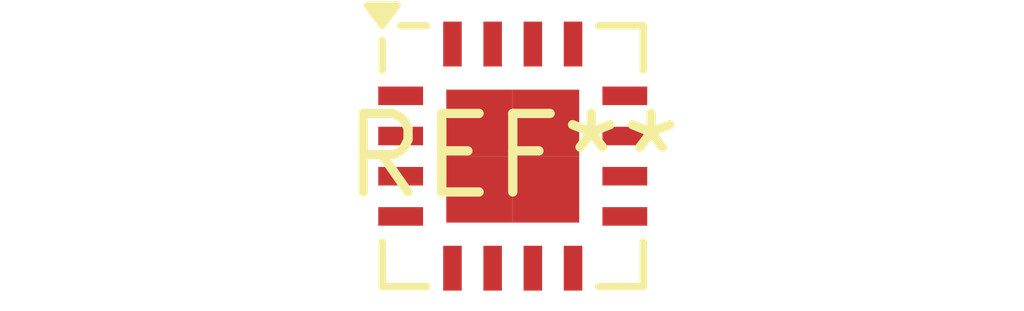
<source format=kicad_pcb>
(kicad_pcb (version 20240108) (generator pcbnew)
  (layers (0 "F.Cu" signal) (31 "B.Cu" signal) (34 "B.Paste" user) (35 "F.Paste" user) (36 "B.SilkS" user "B.Silkscreen") (37 "F.SilkS" user "F.Silkscreen") (38 "B.Mask" user) (39 "F.Mask" user) (44 "Edge.Cuts" user))
  (net 0 "")
  (footprint "Microchip_8E-16" (layer "F.Cu") (at 0 0)
    (property "Reference" "REF**")
    (property "Value" "Microchip_8E-16")
    (fp_line (start -2.11 -1.87) (end -2.11 -1.39) (layer "F.SilkS") (stroke (width 0.12)))
    (fp_line (start -2.11 2.11) (end -2.11 1.39) (layer "F.SilkS") (stroke (width 0.12)))
    (fp_line (start -2.11 2.11) (end -1.39 2.11) (layer "F.SilkS") (stroke (width 0.12)))
    (fp_line (start -1.39 -2.11) (end -1.81 -2.11) (layer "F.SilkS") (stroke (width 0.12)))
    (fp_line (start 2.11 -2.11) (end 1.39 -2.11) (layer "F.SilkS") (stroke (width 0.12)))
    (fp_line (start 2.11 -2.11) (end 2.11 -1.39) (layer "F.SilkS") (stroke (width 0.12)))
    (fp_line (start 2.11 2.11) (end 1.39 2.11) (layer "F.SilkS") (stroke (width 0.12)))
    (fp_line (start 2.11 2.11) (end 2.11 1.39) (layer "F.SilkS") (stroke (width 0.12)))
    (fp_poly (pts (xy -2.11 -2.11) (xy -2.35 -2.44) (xy -1.87 -2.44) (xy -2.11 -2.11)) (layer "F.SilkS") (stroke (width 0.12)) (fill solid))
    (pad "1" smd rect (at -1.8125 -0.975) (size 0.725 0.3) (layers "F.Cu" "F.Paste" "F.Mask"))
    (pad "2" smd rect (at -1.8125 -0.325) (size 0.725 0.3) (layers "F.Cu" "F.Paste" "F.Mask"))
    (pad "3" smd rect (at -1.8125 0.325) (size 0.725 0.3) (layers "F.Cu" "F.Paste" "F.Mask"))
    (pad "4" smd rect (at -1.8125 0.975) (size 0.725 0.3) (layers "F.Cu" "F.Paste" "F.Mask"))
    (pad "5" smd rect (at -0.975 1.8125 90) (size 0.725 0.3) (layers "F.Cu" "F.Paste" "F.Mask"))
    (pad "6" smd rect (at -0.325 1.8125 90) (size 0.725 0.3) (layers "F.Cu" "F.Paste" "F.Mask"))
    (pad "7" smd rect (at 0.325 1.8125 90) (size 0.725 0.3) (layers "F.Cu" "F.Paste" "F.Mask"))
    (pad "8" smd rect (at 0.975 1.8125 90) (size 0.725 0.3) (layers "F.Cu" "F.Paste" "F.Mask"))
    (pad "9" smd rect (at 1.8125 0.975) (size 0.725 0.3) (layers "F.Cu" "F.Paste" "F.Mask"))
    (pad "10" smd rect (at 1.8125 0.325) (size 0.725 0.3) (layers "F.Cu" "F.Paste" "F.Mask"))
    (pad "11" smd rect (at 1.8125 -0.325) (size 0.725 0.3) (layers "F.Cu" "F.Paste" "F.Mask"))
    (pad "12" smd rect (at 1.8125 -0.975) (size 0.725 0.3) (layers "F.Cu" "F.Paste" "F.Mask"))
    (pad "13" smd rect (at 0.975 -1.8125 90) (size 0.725 0.3) (layers "F.Cu" "F.Paste" "F.Mask"))
    (pad "14" smd rect (at 0.325 -1.8125 90) (size 0.725 0.3) (layers "F.Cu" "F.Paste" "F.Mask"))
    (pad "15" smd rect (at -0.325 -1.8125 90) (size 0.725 0.3) (layers "F.Cu" "F.Paste" "F.Mask"))
    (pad "16" smd rect (at -0.975 -1.8125 90) (size 0.725 0.3) (layers "F.Cu" "F.Paste" "F.Mask"))
    (pad "17" smd rect (at -0.5375 -0.5375) (size 1.075 1.075) (layers "F.Cu" "F.Paste" "F.Mask"))
    (pad "17" smd rect (at -0.5375 0.5375) (size 1.075 1.075) (layers "F.Cu" "F.Paste" "F.Mask"))
    (pad "17" smd rect (at 0.5375 -0.5375) (size 1.075 1.075) (layers "F.Cu" "F.Paste" "F.Mask"))
    (pad "17" smd rect (at 0.5375 0.5375) (size 1.075 1.075) (layers "F.Cu" "F.Paste" "F.Mask"))
  )
)
</source>
